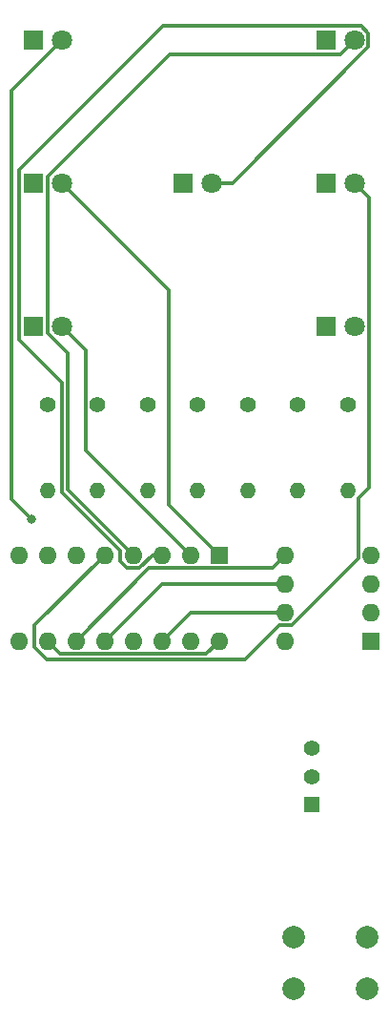
<source format=gbr>
%TF.GenerationSoftware,KiCad,Pcbnew,5.1.9-73d0e3b20d~88~ubuntu18.04.1*%
%TF.CreationDate,2021-01-26T17:19:55+01:00*%
%TF.ProjectId,d1ce,64316365-2e6b-4696-9361-645f70636258,v1*%
%TF.SameCoordinates,Original*%
%TF.FileFunction,Copper,L2,Bot*%
%TF.FilePolarity,Positive*%
%FSLAX46Y46*%
G04 Gerber Fmt 4.6, Leading zero omitted, Abs format (unit mm)*
G04 Created by KiCad (PCBNEW 5.1.9-73d0e3b20d~88~ubuntu18.04.1) date 2021-01-26 17:19:55*
%MOMM*%
%LPD*%
G01*
G04 APERTURE LIST*
%TA.AperFunction,ComponentPad*%
%ADD10R,1.800000X1.800000*%
%TD*%
%TA.AperFunction,ComponentPad*%
%ADD11C,1.800000*%
%TD*%
%TA.AperFunction,ComponentPad*%
%ADD12O,1.400000X1.400000*%
%TD*%
%TA.AperFunction,ComponentPad*%
%ADD13C,1.400000*%
%TD*%
%TA.AperFunction,ComponentPad*%
%ADD14C,2.000000*%
%TD*%
%TA.AperFunction,ComponentPad*%
%ADD15C,1.408000*%
%TD*%
%TA.AperFunction,ComponentPad*%
%ADD16R,1.408000X1.408000*%
%TD*%
%TA.AperFunction,ComponentPad*%
%ADD17O,1.600000X1.600000*%
%TD*%
%TA.AperFunction,ComponentPad*%
%ADD18R,1.600000X1.600000*%
%TD*%
%TA.AperFunction,ViaPad*%
%ADD19C,0.800000*%
%TD*%
%TA.AperFunction,Conductor*%
%ADD20C,0.300000*%
%TD*%
G04 APERTURE END LIST*
D10*
%TO.P,D1,1*%
%TO.N,Net-(D1-Pad1)*%
X133350000Y-58420000D03*
D11*
%TO.P,D1,2*%
%TO.N,/LED1*%
X135890000Y-58420000D03*
%TD*%
%TO.P,D2,2*%
%TO.N,/LED2*%
X135894800Y-71120000D03*
D10*
%TO.P,D2,1*%
%TO.N,Net-(D2-Pad1)*%
X133354800Y-71120000D03*
%TD*%
D11*
%TO.P,D3,2*%
%TO.N,/LED3*%
X135890000Y-83820000D03*
D10*
%TO.P,D3,1*%
%TO.N,Net-(D3-Pad1)*%
X133350000Y-83820000D03*
%TD*%
%TO.P,D4,1*%
%TO.N,Net-(D4-Pad1)*%
X146685000Y-71120000D03*
D11*
%TO.P,D4,2*%
%TO.N,/LED4*%
X149225000Y-71120000D03*
%TD*%
%TO.P,D5,2*%
%TO.N,/LED5*%
X161894800Y-58420000D03*
D10*
%TO.P,D5,1*%
%TO.N,Net-(D5-Pad1)*%
X159354800Y-58420000D03*
%TD*%
D11*
%TO.P,D6,2*%
%TO.N,/LED6*%
X161894800Y-71120000D03*
D10*
%TO.P,D6,1*%
%TO.N,Net-(D6-Pad1)*%
X159354800Y-71120000D03*
%TD*%
%TO.P,D7,1*%
%TO.N,Net-(D7-Pad1)*%
X159385000Y-83820000D03*
D11*
%TO.P,D7,2*%
%TO.N,/LED7*%
X161925000Y-83820000D03*
%TD*%
D12*
%TO.P,R1,2*%
%TO.N,GND*%
X134620000Y-98390000D03*
D13*
%TO.P,R1,1*%
%TO.N,Net-(D1-Pad1)*%
X134620000Y-90770000D03*
%TD*%
D12*
%TO.P,R2,2*%
%TO.N,GND*%
X139065000Y-98390000D03*
D13*
%TO.P,R2,1*%
%TO.N,Net-(D2-Pad1)*%
X139065000Y-90770000D03*
%TD*%
%TO.P,R3,1*%
%TO.N,Net-(D3-Pad1)*%
X143510000Y-90825000D03*
D12*
%TO.P,R3,2*%
%TO.N,GND*%
X143510000Y-98445000D03*
%TD*%
%TO.P,R4,2*%
%TO.N,GND*%
X147955000Y-98445000D03*
D13*
%TO.P,R4,1*%
%TO.N,Net-(D4-Pad1)*%
X147955000Y-90825000D03*
%TD*%
D12*
%TO.P,R5,2*%
%TO.N,GND*%
X152400000Y-98445000D03*
D13*
%TO.P,R5,1*%
%TO.N,Net-(D5-Pad1)*%
X152400000Y-90825000D03*
%TD*%
%TO.P,R6,1*%
%TO.N,Net-(D6-Pad1)*%
X156845000Y-90825000D03*
D12*
%TO.P,R6,2*%
%TO.N,GND*%
X156845000Y-98445000D03*
%TD*%
%TO.P,R7,2*%
%TO.N,GND*%
X161290000Y-98445000D03*
D13*
%TO.P,R7,1*%
%TO.N,Net-(D7-Pad1)*%
X161290000Y-90825000D03*
%TD*%
D14*
%TO.P,SW1,1*%
%TO.N,Net-(SW1-Pad1)*%
X162987580Y-138067980D03*
%TO.P,SW1,2*%
%TO.N,GND*%
X162987580Y-142567980D03*
%TO.P,SW1,1*%
%TO.N,Net-(SW1-Pad1)*%
X156487580Y-138067980D03*
%TO.P,SW1,2*%
%TO.N,GND*%
X156487580Y-142567980D03*
%TD*%
D15*
%TO.P,SW2,3*%
%TO.N,Net-(SW2-Pad3)*%
X158070000Y-121290000D03*
%TO.P,SW2,2*%
%TO.N,Net-(BT1-Pad1)*%
X158070000Y-123790000D03*
D16*
%TO.P,SW2,1*%
%TO.N,VCC*%
X158070000Y-126290000D03*
%TD*%
D17*
%TO.P,U1,8*%
%TO.N,VCC*%
X155780000Y-111760000D03*
%TO.P,U1,4*%
%TO.N,GND*%
X163400000Y-104140000D03*
%TO.P,U1,7*%
%TO.N,/PB2toData*%
X155780000Y-109220000D03*
%TO.P,U1,3*%
%TO.N,Net-(SW1-Pad1)*%
X163400000Y-106680000D03*
%TO.P,U1,6*%
%TO.N,/PB1toLatch*%
X155780000Y-106680000D03*
%TO.P,U1,2*%
%TO.N,Net-(U1-Pad2)*%
X163400000Y-109220000D03*
%TO.P,U1,5*%
%TO.N,/PB0toClock*%
X155780000Y-104140000D03*
D18*
%TO.P,U1,1*%
%TO.N,Net-(U1-Pad1)*%
X163400000Y-111760000D03*
%TD*%
D17*
%TO.P,U2,16*%
%TO.N,VCC*%
X149860000Y-111760000D03*
%TO.P,U2,8*%
%TO.N,GND*%
X132080000Y-104140000D03*
%TO.P,U2,15*%
%TO.N,/LED1*%
X147320000Y-111760000D03*
%TO.P,U2,7*%
%TO.N,Net-(U2-Pad7)*%
X134620000Y-104140000D03*
%TO.P,U2,14*%
%TO.N,/PB2toData*%
X144780000Y-111760000D03*
%TO.P,U2,6*%
%TO.N,/LED7*%
X137160000Y-104140000D03*
%TO.P,U2,13*%
%TO.N,GND*%
X142240000Y-111760000D03*
%TO.P,U2,5*%
%TO.N,/LED6*%
X139700000Y-104140000D03*
%TO.P,U2,12*%
%TO.N,/PB1toLatch*%
X139700000Y-111760000D03*
%TO.P,U2,4*%
%TO.N,/LED5*%
X142240000Y-104140000D03*
%TO.P,U2,11*%
%TO.N,/PB0toClock*%
X137160000Y-111760000D03*
%TO.P,U2,3*%
%TO.N,/LED4*%
X144780000Y-104140000D03*
%TO.P,U2,10*%
%TO.N,VCC*%
X134620000Y-111760000D03*
%TO.P,U2,2*%
%TO.N,/LED3*%
X147320000Y-104140000D03*
%TO.P,U2,9*%
%TO.N,Net-(U2-Pad9)*%
X132080000Y-111760000D03*
D18*
%TO.P,U2,1*%
%TO.N,/LED2*%
X149860000Y-104140000D03*
%TD*%
D19*
%TO.N,/LED1*%
X133200000Y-100970000D03*
%TD*%
D20*
%TO.N,/LED1*%
X133200000Y-100970000D02*
X131400000Y-99170000D01*
X131400000Y-62910000D02*
X135890000Y-58420000D01*
X131400000Y-99170000D02*
X131400000Y-62910000D01*
%TO.N,/LED2*%
X145434999Y-99714999D02*
X145434999Y-80660199D01*
X145434999Y-80660199D02*
X135894800Y-71120000D01*
X149860000Y-104140000D02*
X145434999Y-99714999D01*
%TO.N,/LED3*%
X138014999Y-85944999D02*
X135890000Y-83820000D01*
X138014999Y-94834999D02*
X138014999Y-85944999D01*
X147320000Y-104140000D02*
X138014999Y-94834999D01*
%TO.N,/LED4*%
X151044802Y-71120000D02*
X149225000Y-71120000D01*
X163144801Y-59020001D02*
X151044802Y-71120000D01*
X163144801Y-57819999D02*
X163144801Y-59020001D01*
X144874799Y-57169999D02*
X162494801Y-57169999D01*
X132099999Y-85000001D02*
X132099999Y-69944799D01*
X135932871Y-88832873D02*
X132099999Y-85000001D01*
X135932871Y-98539991D02*
X135932871Y-88832873D01*
X141089999Y-103697119D02*
X135932871Y-98539991D01*
X132099999Y-69944799D02*
X144874799Y-57169999D01*
X141089999Y-104692001D02*
X141089999Y-103697119D01*
X162494801Y-57169999D02*
X163144801Y-57819999D01*
X141687999Y-105290001D02*
X141089999Y-104692001D01*
X142792001Y-105290001D02*
X141687999Y-105290001D01*
X143942002Y-104140000D02*
X142792001Y-105290001D01*
X144780000Y-104140000D02*
X143942002Y-104140000D01*
%TO.N,/LED5*%
X160644799Y-59670001D02*
X161894800Y-58420000D01*
X145494797Y-59670001D02*
X160644799Y-59670001D01*
X134639999Y-70524799D02*
X145494797Y-59670001D01*
X134639999Y-84420001D02*
X134639999Y-70524799D01*
X136432881Y-86212883D02*
X134639999Y-84420001D01*
X136432881Y-98332881D02*
X136432881Y-86212883D01*
X142240000Y-104140000D02*
X136432881Y-98332881D01*
%TO.N,/LED6*%
X163175001Y-72400201D02*
X161894800Y-71120000D01*
X163175001Y-98114001D02*
X163175001Y-72400201D01*
X155227999Y-110370001D02*
X156332001Y-110370001D01*
X162249999Y-99039003D02*
X163175001Y-98114001D01*
X152187989Y-113410011D02*
X155227999Y-110370001D01*
X134568009Y-113410011D02*
X152187989Y-113410011D01*
X133469999Y-112312001D02*
X134568009Y-113410011D01*
X156332001Y-110370001D02*
X162249999Y-104452003D01*
X133469999Y-110370001D02*
X133469999Y-112312001D01*
X162249999Y-104452003D02*
X162249999Y-99039003D01*
X139700000Y-104140000D02*
X133469999Y-110370001D01*
%TO.N,VCC*%
X148709999Y-112910001D02*
X135770001Y-112910001D01*
X135770001Y-112910001D02*
X134620000Y-111760000D01*
X149860000Y-111760000D02*
X148709999Y-112910001D01*
%TO.N,/PB0toClock*%
X154629999Y-105290001D02*
X155780000Y-104140000D01*
X143629999Y-105290001D02*
X154629999Y-105290001D01*
X137160000Y-111760000D02*
X143629999Y-105290001D01*
%TO.N,/PB1toLatch*%
X144780000Y-106680000D02*
X155780000Y-106680000D01*
X139700000Y-111760000D02*
X144780000Y-106680000D01*
%TO.N,/PB2toData*%
X147320000Y-109220000D02*
X155780000Y-109220000D01*
X144780000Y-111760000D02*
X147320000Y-109220000D01*
%TD*%
M02*

</source>
